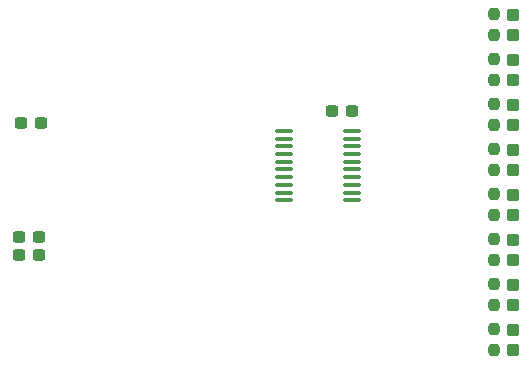
<source format=gbr>
%TF.GenerationSoftware,KiCad,Pcbnew,8.0.4*%
%TF.CreationDate,2024-07-26T08:44:17-07:00*%
%TF.ProjectId,GOLD,474f4c44-2e6b-4696-9361-645f70636258,0*%
%TF.SameCoordinates,Original*%
%TF.FileFunction,Paste,Top*%
%TF.FilePolarity,Positive*%
%FSLAX46Y46*%
G04 Gerber Fmt 4.6, Leading zero omitted, Abs format (unit mm)*
G04 Created by KiCad (PCBNEW 8.0.4) date 2024-07-26 08:44:17*
%MOMM*%
%LPD*%
G01*
G04 APERTURE LIST*
G04 Aperture macros list*
%AMRoundRect*
0 Rectangle with rounded corners*
0 $1 Rounding radius*
0 $2 $3 $4 $5 $6 $7 $8 $9 X,Y pos of 4 corners*
0 Add a 4 corners polygon primitive as box body*
4,1,4,$2,$3,$4,$5,$6,$7,$8,$9,$2,$3,0*
0 Add four circle primitives for the rounded corners*
1,1,$1+$1,$2,$3*
1,1,$1+$1,$4,$5*
1,1,$1+$1,$6,$7*
1,1,$1+$1,$8,$9*
0 Add four rect primitives between the rounded corners*
20,1,$1+$1,$2,$3,$4,$5,0*
20,1,$1+$1,$4,$5,$6,$7,0*
20,1,$1+$1,$6,$7,$8,$9,0*
20,1,$1+$1,$8,$9,$2,$3,0*%
G04 Aperture macros list end*
%ADD10RoundRect,0.237500X-0.237500X0.250000X-0.237500X-0.250000X0.237500X-0.250000X0.237500X0.250000X0*%
%ADD11RoundRect,0.237500X-0.300000X-0.237500X0.300000X-0.237500X0.300000X0.237500X-0.300000X0.237500X0*%
%ADD12RoundRect,0.237500X0.300000X0.237500X-0.300000X0.237500X-0.300000X-0.237500X0.300000X-0.237500X0*%
%ADD13RoundRect,0.250000X-0.250000X0.300000X-0.250000X-0.300000X0.250000X-0.300000X0.250000X0.300000X0*%
%ADD14RoundRect,0.100000X-0.637500X-0.100000X0.637500X-0.100000X0.637500X0.100000X-0.637500X0.100000X0*%
G04 APERTURE END LIST*
D10*
%TO.C,R4*%
X31757519Y13320820D03*
X31757519Y11495820D03*
%TD*%
D11*
%TO.C,C1*%
X-8424181Y8128000D03*
X-6699181Y8128000D03*
%TD*%
D12*
%TO.C,C4*%
X19799169Y20320000D03*
X18074169Y20320000D03*
%TD*%
D13*
%TO.C,D1*%
X33428839Y1815620D03*
X33428839Y115620D03*
%TD*%
%TO.C,D3*%
X33428839Y9435620D03*
X33428839Y7735620D03*
%TD*%
D10*
%TO.C,R1*%
X31757519Y1890820D03*
X31757519Y65820D03*
%TD*%
D11*
%TO.C,C2*%
X-8424181Y9652000D03*
X-6699181Y9652000D03*
%TD*%
%TO.C,C3*%
X-8297181Y19341679D03*
X-6572181Y19341679D03*
%TD*%
D14*
%TO.C,U1*%
X14017169Y18632000D03*
X14017169Y17982000D03*
X14017169Y17332000D03*
X14017169Y16682000D03*
X14017169Y16032000D03*
X14017169Y15382000D03*
X14017169Y14732000D03*
X14017169Y14082000D03*
X14017169Y13432000D03*
X14017169Y12782000D03*
X19742169Y12782000D03*
X19742169Y13432000D03*
X19742169Y14082000D03*
X19742169Y14732000D03*
X19742169Y15382000D03*
X19742169Y16032000D03*
X19742169Y16682000D03*
X19742169Y17332000D03*
X19742169Y17982000D03*
X19742169Y18632000D03*
%TD*%
D10*
%TO.C,R5*%
X31757519Y17130820D03*
X31757519Y15305820D03*
%TD*%
D13*
%TO.C,D7*%
X33428839Y24675620D03*
X33428839Y22975620D03*
%TD*%
D10*
%TO.C,R3*%
X31757519Y9510820D03*
X31757519Y7685820D03*
%TD*%
%TO.C,R8*%
X31757519Y28560820D03*
X31757519Y26735820D03*
%TD*%
D13*
%TO.C,D5*%
X33428839Y17055620D03*
X33428839Y15355620D03*
%TD*%
%TO.C,D2*%
X33428839Y5625620D03*
X33428839Y3925620D03*
%TD*%
D10*
%TO.C,R6*%
X31757519Y20940820D03*
X31757519Y19115820D03*
%TD*%
D13*
%TO.C,D8*%
X33428839Y28485620D03*
X33428839Y26785620D03*
%TD*%
%TO.C,D4*%
X33428839Y13245620D03*
X33428839Y11545620D03*
%TD*%
D10*
%TO.C,R7*%
X31757519Y24750820D03*
X31757519Y22925820D03*
%TD*%
D13*
%TO.C,D6*%
X33428839Y20865620D03*
X33428839Y19165620D03*
%TD*%
D10*
%TO.C,R2*%
X31757519Y5700820D03*
X31757519Y3875820D03*
%TD*%
M02*

</source>
